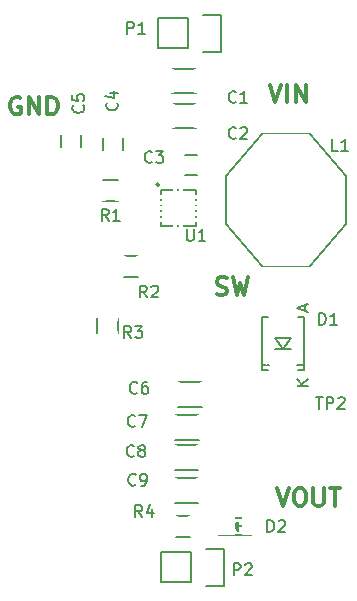
<source format=gto>
G04 #@! TF.FileFunction,Legend,Top*
%FSLAX46Y46*%
G04 Gerber Fmt 4.6, Leading zero omitted, Abs format (unit mm)*
G04 Created by KiCad (PCBNEW 0.201509151501+6198~30~ubuntu14.04.1-product) date Sun 08 Nov 2015 02:29:05 PM EST*
%MOMM*%
G01*
G04 APERTURE LIST*
%ADD10C,0.100000*%
%ADD11C,0.300000*%
%ADD12C,0.150000*%
%ADD13R,2.400000X2.000000*%
%ADD14R,1.900000X1.650000*%
%ADD15R,1.650000X1.900000*%
%ADD16R,4.000000X2.200000*%
%ADD17R,2.432000X2.432000*%
%ADD18O,2.432000X2.432000*%
%ADD19R,1.900000X1.700000*%
%ADD20R,1.700000X1.900000*%
%ADD21R,3.399740X3.399740*%
%ADD22C,0.501600*%
%ADD23O,0.951600X0.381600*%
%ADD24R,1.751600X2.501600*%
%ADD25R,0.381600X0.801600*%
%ADD26R,1.598880X1.598880*%
G04 APERTURE END LIST*
D10*
D11*
X122666286Y-79664643D02*
X122880572Y-79736071D01*
X123237715Y-79736071D01*
X123380572Y-79664643D01*
X123452001Y-79593214D01*
X123523429Y-79450357D01*
X123523429Y-79307500D01*
X123452001Y-79164643D01*
X123380572Y-79093214D01*
X123237715Y-79021786D01*
X122952001Y-78950357D01*
X122809143Y-78878929D01*
X122737715Y-78807500D01*
X122666286Y-78664643D01*
X122666286Y-78521786D01*
X122737715Y-78378929D01*
X122809143Y-78307500D01*
X122952001Y-78236071D01*
X123309143Y-78236071D01*
X123523429Y-78307500D01*
X124023429Y-78236071D02*
X124380572Y-79736071D01*
X124666286Y-78664643D01*
X124952000Y-79736071D01*
X125309143Y-78236071D01*
X106045143Y-63004000D02*
X105902286Y-62932571D01*
X105688000Y-62932571D01*
X105473715Y-63004000D01*
X105330857Y-63146857D01*
X105259429Y-63289714D01*
X105188000Y-63575429D01*
X105188000Y-63789714D01*
X105259429Y-64075429D01*
X105330857Y-64218286D01*
X105473715Y-64361143D01*
X105688000Y-64432571D01*
X105830857Y-64432571D01*
X106045143Y-64361143D01*
X106116572Y-64289714D01*
X106116572Y-63789714D01*
X105830857Y-63789714D01*
X106759429Y-64432571D02*
X106759429Y-62932571D01*
X107616572Y-64432571D01*
X107616572Y-62932571D01*
X108330858Y-64432571D02*
X108330858Y-62932571D01*
X108688001Y-62932571D01*
X108902286Y-63004000D01*
X109045144Y-63146857D01*
X109116572Y-63289714D01*
X109188001Y-63575429D01*
X109188001Y-63789714D01*
X109116572Y-64075429D01*
X109045144Y-64218286D01*
X108902286Y-64361143D01*
X108688001Y-64432571D01*
X108330858Y-64432571D01*
X127135143Y-61916571D02*
X127635143Y-63416571D01*
X128135143Y-61916571D01*
X128635143Y-63416571D02*
X128635143Y-61916571D01*
X129349429Y-63416571D02*
X129349429Y-61916571D01*
X130206572Y-63416571D01*
X130206572Y-61916571D01*
X127786143Y-96079571D02*
X128286143Y-97579571D01*
X128786143Y-96079571D01*
X129571857Y-96079571D02*
X129857571Y-96079571D01*
X130000429Y-96151000D01*
X130143286Y-96293857D01*
X130214714Y-96579571D01*
X130214714Y-97079571D01*
X130143286Y-97365286D01*
X130000429Y-97508143D01*
X129857571Y-97579571D01*
X129571857Y-97579571D01*
X129429000Y-97508143D01*
X129286143Y-97365286D01*
X129214714Y-97079571D01*
X129214714Y-96579571D01*
X129286143Y-96293857D01*
X129429000Y-96151000D01*
X129571857Y-96079571D01*
X130857572Y-96079571D02*
X130857572Y-97293857D01*
X130929000Y-97436714D01*
X131000429Y-97508143D01*
X131143286Y-97579571D01*
X131429000Y-97579571D01*
X131571858Y-97508143D01*
X131643286Y-97436714D01*
X131714715Y-97293857D01*
X131714715Y-96079571D01*
X132214715Y-96079571D02*
X133071858Y-96079571D01*
X132643287Y-97579571D02*
X132643287Y-96079571D01*
D12*
X118893080Y-62630160D02*
X120893080Y-62630160D01*
X120893080Y-60580160D02*
X118893080Y-60580160D01*
X118937280Y-65607040D02*
X120937280Y-65607040D01*
X120937280Y-63557040D02*
X118937280Y-63557040D01*
X119997600Y-69536680D02*
X120997600Y-69536680D01*
X120997600Y-67836680D02*
X119997600Y-67836680D01*
X113013120Y-66434400D02*
X113013120Y-67434400D01*
X114713120Y-67434400D02*
X114713120Y-66434400D01*
X109492680Y-66165160D02*
X109492680Y-67165160D01*
X111192680Y-67165160D02*
X111192680Y-66165160D01*
X119396000Y-89163000D02*
X121396000Y-89163000D01*
X121396000Y-87113000D02*
X119396000Y-87113000D01*
X119142000Y-91957000D02*
X121142000Y-91957000D01*
X121142000Y-89907000D02*
X119142000Y-89907000D01*
X119110000Y-94497000D02*
X121110000Y-94497000D01*
X121110000Y-92447000D02*
X119110000Y-92447000D01*
X119110000Y-97291000D02*
X121110000Y-97291000D01*
X121110000Y-95241000D02*
X119110000Y-95241000D01*
X128270000Y-84319580D02*
X127568960Y-83369620D01*
X127568960Y-83369620D02*
X128971040Y-83369620D01*
X128971040Y-83369620D02*
X128270000Y-84319580D01*
X127568960Y-84319580D02*
X128971040Y-84319580D01*
X129669540Y-86070440D02*
X129519680Y-86070440D01*
X126870460Y-86070440D02*
X127020320Y-86070440D01*
X129669540Y-85619140D02*
X129468880Y-85619140D01*
X129618740Y-81569560D02*
X129519680Y-81569560D01*
X126921260Y-85619140D02*
X127071120Y-85619140D01*
X126870460Y-81569560D02*
X127020320Y-81569560D01*
X130020060Y-85619140D02*
X129669540Y-85619140D01*
X126519940Y-85619140D02*
X126870460Y-85619140D01*
X130020060Y-81569560D02*
X129669540Y-81569560D01*
X130020060Y-86070440D02*
X129669540Y-86070440D01*
X126519940Y-86070440D02*
X126870460Y-86070440D01*
X126519940Y-81569560D02*
X126870460Y-81569560D01*
X130020060Y-86070440D02*
X130020060Y-81569560D01*
X126519940Y-86070440D02*
X126519940Y-81569560D01*
X133604000Y-69668000D02*
X133604000Y-73732000D01*
X133604000Y-73732000D02*
X130556000Y-77288000D01*
X130556000Y-77288000D02*
X126492000Y-77288000D01*
X126492000Y-77288000D02*
X123444000Y-73732000D01*
X123444000Y-73732000D02*
X123444000Y-69668000D01*
X123444000Y-69668000D02*
X126492000Y-66112000D01*
X126492000Y-66112000D02*
X130556000Y-66112000D01*
X130556000Y-66112000D02*
X133604000Y-69668000D01*
X120228360Y-58831480D02*
X117688360Y-58831480D01*
X123048360Y-59111480D02*
X121498360Y-59111480D01*
X120228360Y-58831480D02*
X120228360Y-56291480D01*
X121498360Y-56011480D02*
X123048360Y-56011480D01*
X123048360Y-56011480D02*
X123048360Y-59111480D01*
X120228360Y-56291480D02*
X117688360Y-56291480D01*
X117688360Y-56291480D02*
X117688360Y-58831480D01*
X120492520Y-104058720D02*
X117952520Y-104058720D01*
X123312520Y-104338720D02*
X121762520Y-104338720D01*
X120492520Y-104058720D02*
X120492520Y-101518720D01*
X121762520Y-101238720D02*
X123312520Y-101238720D01*
X123312520Y-101238720D02*
X123312520Y-104338720D01*
X120492520Y-101518720D02*
X117952520Y-101518720D01*
X117952520Y-101518720D02*
X117952520Y-104058720D01*
X113073880Y-70016400D02*
X114273880Y-70016400D01*
X114273880Y-71766400D02*
X113073880Y-71766400D01*
X114787120Y-76407040D02*
X115987120Y-76407040D01*
X115987120Y-78157040D02*
X114787120Y-78157040D01*
X112566480Y-82906160D02*
X112566480Y-81706160D01*
X114316480Y-81706160D02*
X114316480Y-82906160D01*
X117980000Y-70790000D02*
X117980000Y-73890000D01*
X117980000Y-73890000D02*
X120880000Y-73890000D01*
X120880000Y-73890000D02*
X120880000Y-70790000D01*
X120880000Y-70790000D02*
X117980000Y-70790000D01*
X117821421Y-70390000D02*
G75*
G03X117821421Y-70390000I-141421J0D01*
G01*
X122893020Y-100064000D02*
X125593020Y-100064000D01*
X122893020Y-98564000D02*
X125593020Y-98564000D01*
X124393020Y-99464000D02*
X124393020Y-99214000D01*
X124393020Y-99214000D02*
X124243020Y-99364000D01*
X124143020Y-98964000D02*
X124143020Y-99664000D01*
X124493020Y-99314000D02*
X124843020Y-99314000D01*
X124143020Y-99314000D02*
X124493020Y-98964000D01*
X124493020Y-98964000D02*
X124493020Y-99664000D01*
X124493020Y-99664000D02*
X124143020Y-99314000D01*
X119208000Y-98439000D02*
X120408000Y-98439000D01*
X120408000Y-100189000D02*
X119208000Y-100189000D01*
X124293334Y-63349143D02*
X124245715Y-63396762D01*
X124102858Y-63444381D01*
X124007620Y-63444381D01*
X123864762Y-63396762D01*
X123769524Y-63301524D01*
X123721905Y-63206286D01*
X123674286Y-63015810D01*
X123674286Y-62872952D01*
X123721905Y-62682476D01*
X123769524Y-62587238D01*
X123864762Y-62492000D01*
X124007620Y-62444381D01*
X124102858Y-62444381D01*
X124245715Y-62492000D01*
X124293334Y-62539619D01*
X125245715Y-63444381D02*
X124674286Y-63444381D01*
X124960000Y-63444381D02*
X124960000Y-62444381D01*
X124864762Y-62587238D01*
X124769524Y-62682476D01*
X124674286Y-62730095D01*
X124293334Y-66397143D02*
X124245715Y-66444762D01*
X124102858Y-66492381D01*
X124007620Y-66492381D01*
X123864762Y-66444762D01*
X123769524Y-66349524D01*
X123721905Y-66254286D01*
X123674286Y-66063810D01*
X123674286Y-65920952D01*
X123721905Y-65730476D01*
X123769524Y-65635238D01*
X123864762Y-65540000D01*
X124007620Y-65492381D01*
X124102858Y-65492381D01*
X124245715Y-65540000D01*
X124293334Y-65587619D01*
X124674286Y-65587619D02*
X124721905Y-65540000D01*
X124817143Y-65492381D01*
X125055239Y-65492381D01*
X125150477Y-65540000D01*
X125198096Y-65587619D01*
X125245715Y-65682857D01*
X125245715Y-65778095D01*
X125198096Y-65920952D01*
X124626667Y-66492381D01*
X125245715Y-66492381D01*
X117181334Y-68429143D02*
X117133715Y-68476762D01*
X116990858Y-68524381D01*
X116895620Y-68524381D01*
X116752762Y-68476762D01*
X116657524Y-68381524D01*
X116609905Y-68286286D01*
X116562286Y-68095810D01*
X116562286Y-67952952D01*
X116609905Y-67762476D01*
X116657524Y-67667238D01*
X116752762Y-67572000D01*
X116895620Y-67524381D01*
X116990858Y-67524381D01*
X117133715Y-67572000D01*
X117181334Y-67619619D01*
X117514667Y-67524381D02*
X118133715Y-67524381D01*
X117800381Y-67905333D01*
X117943239Y-67905333D01*
X118038477Y-67952952D01*
X118086096Y-68000571D01*
X118133715Y-68095810D01*
X118133715Y-68333905D01*
X118086096Y-68429143D01*
X118038477Y-68476762D01*
X117943239Y-68524381D01*
X117657524Y-68524381D01*
X117562286Y-68476762D01*
X117514667Y-68429143D01*
X114194863Y-63448866D02*
X114242482Y-63496485D01*
X114290101Y-63639342D01*
X114290101Y-63734580D01*
X114242482Y-63877438D01*
X114147244Y-63972676D01*
X114052006Y-64020295D01*
X113861530Y-64067914D01*
X113718672Y-64067914D01*
X113528196Y-64020295D01*
X113432958Y-63972676D01*
X113337720Y-63877438D01*
X113290101Y-63734580D01*
X113290101Y-63639342D01*
X113337720Y-63496485D01*
X113385339Y-63448866D01*
X113623434Y-62591723D02*
X114290101Y-62591723D01*
X113242482Y-62829819D02*
X113956768Y-63067914D01*
X113956768Y-62448866D01*
X111355143Y-63666666D02*
X111402762Y-63714285D01*
X111450381Y-63857142D01*
X111450381Y-63952380D01*
X111402762Y-64095238D01*
X111307524Y-64190476D01*
X111212286Y-64238095D01*
X111021810Y-64285714D01*
X110878952Y-64285714D01*
X110688476Y-64238095D01*
X110593238Y-64190476D01*
X110498000Y-64095238D01*
X110450381Y-63952380D01*
X110450381Y-63857142D01*
X110498000Y-63714285D01*
X110545619Y-63666666D01*
X110450381Y-62761904D02*
X110450381Y-63238095D01*
X110926571Y-63285714D01*
X110878952Y-63238095D01*
X110831333Y-63142857D01*
X110831333Y-62904761D01*
X110878952Y-62809523D01*
X110926571Y-62761904D01*
X111021810Y-62714285D01*
X111259905Y-62714285D01*
X111355143Y-62761904D01*
X111402762Y-62809523D01*
X111450381Y-62904761D01*
X111450381Y-63142857D01*
X111402762Y-63238095D01*
X111355143Y-63285714D01*
X115928094Y-87976983D02*
X115880475Y-88024602D01*
X115737618Y-88072221D01*
X115642380Y-88072221D01*
X115499522Y-88024602D01*
X115404284Y-87929364D01*
X115356665Y-87834126D01*
X115309046Y-87643650D01*
X115309046Y-87500792D01*
X115356665Y-87310316D01*
X115404284Y-87215078D01*
X115499522Y-87119840D01*
X115642380Y-87072221D01*
X115737618Y-87072221D01*
X115880475Y-87119840D01*
X115928094Y-87167459D01*
X116785237Y-87072221D02*
X116594760Y-87072221D01*
X116499522Y-87119840D01*
X116451903Y-87167459D01*
X116356665Y-87310316D01*
X116309046Y-87500792D01*
X116309046Y-87881745D01*
X116356665Y-87976983D01*
X116404284Y-88024602D01*
X116499522Y-88072221D01*
X116689999Y-88072221D01*
X116785237Y-88024602D01*
X116832856Y-87976983D01*
X116880475Y-87881745D01*
X116880475Y-87643650D01*
X116832856Y-87548411D01*
X116785237Y-87500792D01*
X116689999Y-87453173D01*
X116499522Y-87453173D01*
X116404284Y-87500792D01*
X116356665Y-87548411D01*
X116309046Y-87643650D01*
X115760454Y-90781143D02*
X115712835Y-90828762D01*
X115569978Y-90876381D01*
X115474740Y-90876381D01*
X115331882Y-90828762D01*
X115236644Y-90733524D01*
X115189025Y-90638286D01*
X115141406Y-90447810D01*
X115141406Y-90304952D01*
X115189025Y-90114476D01*
X115236644Y-90019238D01*
X115331882Y-89924000D01*
X115474740Y-89876381D01*
X115569978Y-89876381D01*
X115712835Y-89924000D01*
X115760454Y-89971619D01*
X116093787Y-89876381D02*
X116760454Y-89876381D01*
X116331882Y-90876381D01*
X115657334Y-93321143D02*
X115609715Y-93368762D01*
X115466858Y-93416381D01*
X115371620Y-93416381D01*
X115228762Y-93368762D01*
X115133524Y-93273524D01*
X115085905Y-93178286D01*
X115038286Y-92987810D01*
X115038286Y-92844952D01*
X115085905Y-92654476D01*
X115133524Y-92559238D01*
X115228762Y-92464000D01*
X115371620Y-92416381D01*
X115466858Y-92416381D01*
X115609715Y-92464000D01*
X115657334Y-92511619D01*
X116228762Y-92844952D02*
X116133524Y-92797333D01*
X116085905Y-92749714D01*
X116038286Y-92654476D01*
X116038286Y-92606857D01*
X116085905Y-92511619D01*
X116133524Y-92464000D01*
X116228762Y-92416381D01*
X116419239Y-92416381D01*
X116514477Y-92464000D01*
X116562096Y-92511619D01*
X116609715Y-92606857D01*
X116609715Y-92654476D01*
X116562096Y-92749714D01*
X116514477Y-92797333D01*
X116419239Y-92844952D01*
X116228762Y-92844952D01*
X116133524Y-92892571D01*
X116085905Y-92940190D01*
X116038286Y-93035429D01*
X116038286Y-93225905D01*
X116085905Y-93321143D01*
X116133524Y-93368762D01*
X116228762Y-93416381D01*
X116419239Y-93416381D01*
X116514477Y-93368762D01*
X116562096Y-93321143D01*
X116609715Y-93225905D01*
X116609715Y-93035429D01*
X116562096Y-92940190D01*
X116514477Y-92892571D01*
X116419239Y-92844952D01*
X115809734Y-95759543D02*
X115762115Y-95807162D01*
X115619258Y-95854781D01*
X115524020Y-95854781D01*
X115381162Y-95807162D01*
X115285924Y-95711924D01*
X115238305Y-95616686D01*
X115190686Y-95426210D01*
X115190686Y-95283352D01*
X115238305Y-95092876D01*
X115285924Y-94997638D01*
X115381162Y-94902400D01*
X115524020Y-94854781D01*
X115619258Y-94854781D01*
X115762115Y-94902400D01*
X115809734Y-94950019D01*
X116285924Y-95854781D02*
X116476400Y-95854781D01*
X116571639Y-95807162D01*
X116619258Y-95759543D01*
X116714496Y-95616686D01*
X116762115Y-95426210D01*
X116762115Y-95045257D01*
X116714496Y-94950019D01*
X116666877Y-94902400D01*
X116571639Y-94854781D01*
X116381162Y-94854781D01*
X116285924Y-94902400D01*
X116238305Y-94950019D01*
X116190686Y-95045257D01*
X116190686Y-95283352D01*
X116238305Y-95378590D01*
X116285924Y-95426210D01*
X116381162Y-95473829D01*
X116571639Y-95473829D01*
X116666877Y-95426210D01*
X116714496Y-95378590D01*
X116762115Y-95283352D01*
X131341905Y-82240381D02*
X131341905Y-81240381D01*
X131580000Y-81240381D01*
X131722858Y-81288000D01*
X131818096Y-81383238D01*
X131865715Y-81478476D01*
X131913334Y-81668952D01*
X131913334Y-81811810D01*
X131865715Y-82002286D01*
X131818096Y-82097524D01*
X131722858Y-82192762D01*
X131580000Y-82240381D01*
X131341905Y-82240381D01*
X132865715Y-82240381D02*
X132294286Y-82240381D01*
X132580000Y-82240381D02*
X132580000Y-81240381D01*
X132484762Y-81383238D01*
X132389524Y-81478476D01*
X132294286Y-81526095D01*
X130422381Y-87381905D02*
X129422381Y-87381905D01*
X130422381Y-86810476D02*
X129850952Y-87239048D01*
X129422381Y-86810476D02*
X129993810Y-87381905D01*
X130135927Y-81058355D02*
X130135927Y-80582164D01*
X130421641Y-81153593D02*
X129421641Y-80820260D01*
X130421641Y-80486926D01*
X132929334Y-67508381D02*
X132453143Y-67508381D01*
X132453143Y-66508381D01*
X133786477Y-67508381D02*
X133215048Y-67508381D01*
X133500762Y-67508381D02*
X133500762Y-66508381D01*
X133405524Y-66651238D01*
X133310286Y-66746476D01*
X133215048Y-66794095D01*
X115085905Y-57602381D02*
X115085905Y-56602381D01*
X115466858Y-56602381D01*
X115562096Y-56650000D01*
X115609715Y-56697619D01*
X115657334Y-56792857D01*
X115657334Y-56935714D01*
X115609715Y-57030952D01*
X115562096Y-57078571D01*
X115466858Y-57126190D01*
X115085905Y-57126190D01*
X116609715Y-57602381D02*
X116038286Y-57602381D01*
X116324000Y-57602381D02*
X116324000Y-56602381D01*
X116228762Y-56745238D01*
X116133524Y-56840476D01*
X116038286Y-56888095D01*
X124118145Y-103444301D02*
X124118145Y-102444301D01*
X124499098Y-102444301D01*
X124594336Y-102491920D01*
X124641955Y-102539539D01*
X124689574Y-102634777D01*
X124689574Y-102777634D01*
X124641955Y-102872872D01*
X124594336Y-102920491D01*
X124499098Y-102968110D01*
X124118145Y-102968110D01*
X125070526Y-102539539D02*
X125118145Y-102491920D01*
X125213383Y-102444301D01*
X125451479Y-102444301D01*
X125546717Y-102491920D01*
X125594336Y-102539539D01*
X125641955Y-102634777D01*
X125641955Y-102730015D01*
X125594336Y-102872872D01*
X125022907Y-103444301D01*
X125641955Y-103444301D01*
X113507214Y-73443781D02*
X113173880Y-72967590D01*
X112935785Y-73443781D02*
X112935785Y-72443781D01*
X113316738Y-72443781D01*
X113411976Y-72491400D01*
X113459595Y-72539019D01*
X113507214Y-72634257D01*
X113507214Y-72777114D01*
X113459595Y-72872352D01*
X113411976Y-72919971D01*
X113316738Y-72967590D01*
X112935785Y-72967590D01*
X114459595Y-73443781D02*
X113888166Y-73443781D01*
X114173880Y-73443781D02*
X114173880Y-72443781D01*
X114078642Y-72586638D01*
X113983404Y-72681876D01*
X113888166Y-72729495D01*
X116759694Y-79918821D02*
X116426360Y-79442630D01*
X116188265Y-79918821D02*
X116188265Y-78918821D01*
X116569218Y-78918821D01*
X116664456Y-78966440D01*
X116712075Y-79014059D01*
X116759694Y-79109297D01*
X116759694Y-79252154D01*
X116712075Y-79347392D01*
X116664456Y-79395011D01*
X116569218Y-79442630D01*
X116188265Y-79442630D01*
X117140646Y-79014059D02*
X117188265Y-78966440D01*
X117283503Y-78918821D01*
X117521599Y-78918821D01*
X117616837Y-78966440D01*
X117664456Y-79014059D01*
X117712075Y-79109297D01*
X117712075Y-79204535D01*
X117664456Y-79347392D01*
X117093027Y-79918821D01*
X117712075Y-79918821D01*
X115423654Y-83363061D02*
X115090320Y-82886870D01*
X114852225Y-83363061D02*
X114852225Y-82363061D01*
X115233178Y-82363061D01*
X115328416Y-82410680D01*
X115376035Y-82458299D01*
X115423654Y-82553537D01*
X115423654Y-82696394D01*
X115376035Y-82791632D01*
X115328416Y-82839251D01*
X115233178Y-82886870D01*
X114852225Y-82886870D01*
X115756987Y-82363061D02*
X116376035Y-82363061D01*
X116042701Y-82744013D01*
X116185559Y-82744013D01*
X116280797Y-82791632D01*
X116328416Y-82839251D01*
X116376035Y-82934490D01*
X116376035Y-83172585D01*
X116328416Y-83267823D01*
X116280797Y-83315442D01*
X116185559Y-83363061D01*
X115899844Y-83363061D01*
X115804606Y-83315442D01*
X115756987Y-83267823D01*
X131072095Y-88352381D02*
X131643524Y-88352381D01*
X131357809Y-89352381D02*
X131357809Y-88352381D01*
X131976857Y-89352381D02*
X131976857Y-88352381D01*
X132357810Y-88352381D01*
X132453048Y-88400000D01*
X132500667Y-88447619D01*
X132548286Y-88542857D01*
X132548286Y-88685714D01*
X132500667Y-88780952D01*
X132453048Y-88828571D01*
X132357810Y-88876190D01*
X131976857Y-88876190D01*
X132929238Y-88447619D02*
X132976857Y-88400000D01*
X133072095Y-88352381D01*
X133310191Y-88352381D01*
X133405429Y-88400000D01*
X133453048Y-88447619D01*
X133500667Y-88542857D01*
X133500667Y-88638095D01*
X133453048Y-88780952D01*
X132881619Y-89352381D01*
X133500667Y-89352381D01*
X120142095Y-74128381D02*
X120142095Y-74937905D01*
X120189714Y-75033143D01*
X120237333Y-75080762D01*
X120332571Y-75128381D01*
X120523048Y-75128381D01*
X120618286Y-75080762D01*
X120665905Y-75033143D01*
X120713524Y-74937905D01*
X120713524Y-74128381D01*
X121713524Y-75128381D02*
X121142095Y-75128381D01*
X121427809Y-75128381D02*
X121427809Y-74128381D01*
X121332571Y-74271238D01*
X121237333Y-74366476D01*
X121142095Y-74414095D01*
X126960405Y-99766381D02*
X126960405Y-98766381D01*
X127198500Y-98766381D01*
X127341358Y-98814000D01*
X127436596Y-98909238D01*
X127484215Y-99004476D01*
X127531834Y-99194952D01*
X127531834Y-99337810D01*
X127484215Y-99528286D01*
X127436596Y-99623524D01*
X127341358Y-99718762D01*
X127198500Y-99766381D01*
X126960405Y-99766381D01*
X127912786Y-98861619D02*
X127960405Y-98814000D01*
X128055643Y-98766381D01*
X128293739Y-98766381D01*
X128388977Y-98814000D01*
X128436596Y-98861619D01*
X128484215Y-98956857D01*
X128484215Y-99052095D01*
X128436596Y-99194952D01*
X127865167Y-99766381D01*
X128484215Y-99766381D01*
X116355834Y-98496381D02*
X116022500Y-98020190D01*
X115784405Y-98496381D02*
X115784405Y-97496381D01*
X116165358Y-97496381D01*
X116260596Y-97544000D01*
X116308215Y-97591619D01*
X116355834Y-97686857D01*
X116355834Y-97829714D01*
X116308215Y-97924952D01*
X116260596Y-97972571D01*
X116165358Y-98020190D01*
X115784405Y-98020190D01*
X117212977Y-97829714D02*
X117212977Y-98496381D01*
X116974881Y-97448762D02*
X116736786Y-98163048D01*
X117355834Y-98163048D01*
%LPC*%
D13*
X121893080Y-61605160D03*
X117893080Y-61605160D03*
X121937280Y-64582040D03*
X117937280Y-64582040D03*
D14*
X121747600Y-68686680D03*
X119247600Y-68686680D03*
D15*
X113863120Y-68184400D03*
X113863120Y-65684400D03*
X110342680Y-67915160D03*
X110342680Y-65415160D03*
D13*
X122396000Y-88138000D03*
X118396000Y-88138000D03*
X122142000Y-90932000D03*
X118142000Y-90932000D03*
X122110000Y-93472000D03*
X118110000Y-93472000D03*
X122110000Y-96266000D03*
X118110000Y-96266000D03*
D10*
G36*
X129619350Y-88721540D02*
X126920650Y-88721540D01*
X127520090Y-84719820D01*
X129019910Y-84719820D01*
X129619350Y-88721540D01*
X129619350Y-88721540D01*
G37*
G36*
X126920650Y-78918460D02*
X129619350Y-78918460D01*
X129019910Y-82920180D01*
X127520090Y-82920180D01*
X126920650Y-78918460D01*
X126920650Y-78918460D01*
G37*
D16*
X128524000Y-67200000D03*
X128524000Y-76200000D03*
D17*
X121498360Y-57561480D03*
D18*
X118958360Y-57561480D03*
D17*
X121762520Y-102788720D03*
D18*
X119222520Y-102788720D03*
D19*
X115023880Y-70891400D03*
X112323880Y-70891400D03*
X116737120Y-77282040D03*
X114037120Y-77282040D03*
D20*
X113441480Y-80956160D03*
X113441480Y-83656160D03*
D21*
X125730000Y-59690000D03*
X130302000Y-91694000D03*
D22*
X119380000Y-72390000D03*
D23*
X117905000Y-71390000D03*
X117905000Y-71890000D03*
X117905000Y-72390000D03*
X117905000Y-72890000D03*
X117905000Y-73390000D03*
X120855000Y-73390000D03*
X120855000Y-72890000D03*
X120855000Y-72390000D03*
X120855000Y-71890000D03*
X120855000Y-71390000D03*
D24*
X119380000Y-72390000D03*
D25*
X119630000Y-70840000D03*
X119130000Y-70840000D03*
X119630000Y-73940000D03*
X119130000Y-73940000D03*
D26*
X125542040Y-99314000D03*
X123444000Y-99314000D03*
D19*
X121158000Y-99314000D03*
X118458000Y-99314000D03*
M02*

</source>
